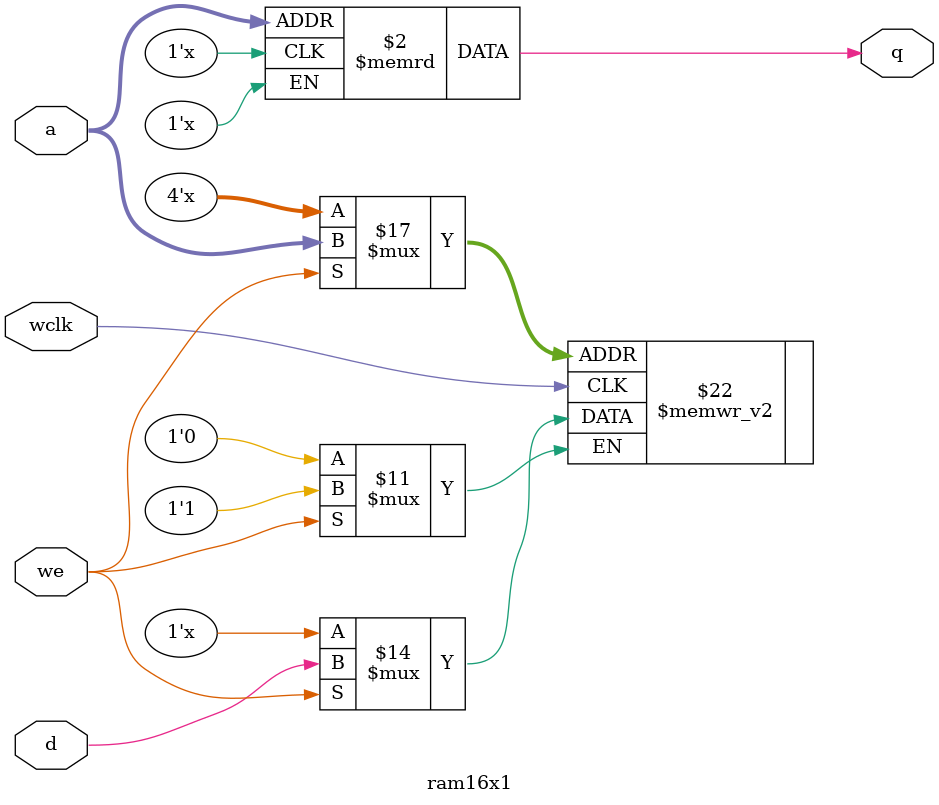
<source format=v>
module ram16x1 (q, d, a, we, wclk);
   output q;
   input d;
   input [3:0] a;
   input we;
   input wclk;
   reg mem[15:0];
   assign q = mem[a];
   always @(posedge wclk) if (we) mem[a] = d;
endmodule
</source>
